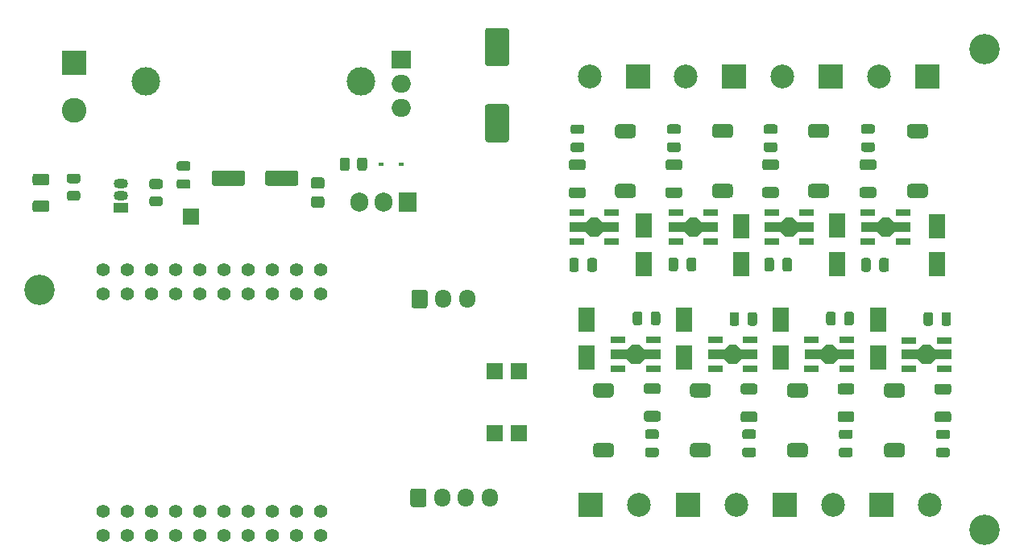
<source format=gts>
G04 #@! TF.GenerationSoftware,KiCad,Pcbnew,5.1.12-84ad8e8a86~92~ubuntu20.04.1*
G04 #@! TF.CreationDate,2021-11-10T23:56:03+01:00*
G04 #@! TF.ProjectId,CC dimmer low voltage,43432064-696d-46d6-9572-206c6f772076,0.83*
G04 #@! TF.SameCoordinates,Original*
G04 #@! TF.FileFunction,Soldermask,Top*
G04 #@! TF.FilePolarity,Negative*
%FSLAX46Y46*%
G04 Gerber Fmt 4.6, Leading zero omitted, Abs format (unit mm)*
G04 Created by KiCad (PCBNEW 5.1.12-84ad8e8a86~92~ubuntu20.04.1) date 2021-11-10 23:56:03*
%MOMM*%
%LPD*%
G01*
G04 APERTURE LIST*
%ADD10C,1.400000*%
%ADD11O,2.000000X1.905000*%
%ADD12R,2.000000X1.905000*%
%ADD13C,3.000000*%
%ADD14R,1.700000X1.700000*%
%ADD15C,3.200000*%
%ADD16R,1.800000X2.500000*%
%ADD17R,0.600000X0.450000*%
%ADD18O,1.700000X1.950000*%
%ADD19O,1.500000X1.050000*%
%ADD20R,1.500000X1.050000*%
%ADD21R,1.905000X2.000000*%
%ADD22O,1.905000X2.000000*%
%ADD23R,2.600000X2.600000*%
%ADD24C,2.600000*%
%ADD25C,2.500000*%
%ADD26R,2.500000X2.500000*%
%ADD27C,0.150000*%
%ADD28R,1.500000X0.700000*%
G04 APERTURE END LIST*
D10*
X128962000Y-95455000D03*
X128962000Y-97995000D03*
X126422000Y-95455000D03*
X126422000Y-97995000D03*
X123882000Y-95455000D03*
X123882000Y-97995000D03*
X121342000Y-95455000D03*
X121342000Y-97995000D03*
X118802000Y-95455000D03*
X118802000Y-97995000D03*
X116262000Y-95455000D03*
X116262000Y-97995000D03*
X113722000Y-95455000D03*
X113722000Y-97995000D03*
X111182000Y-95455000D03*
X111182000Y-97995000D03*
X108642000Y-95455000D03*
X108642000Y-97995000D03*
X106102000Y-95455000D03*
X106102000Y-97995000D03*
X128962000Y-120855000D03*
X128962000Y-123395000D03*
X126422000Y-120855000D03*
X126422000Y-123395000D03*
X123882000Y-120855000D03*
X123882000Y-123395000D03*
X121342000Y-120855000D03*
X121342000Y-123395000D03*
X118802000Y-120855000D03*
X118802000Y-123395000D03*
X116262000Y-120855000D03*
X116262000Y-123395000D03*
X113722000Y-120855000D03*
X113722000Y-123395000D03*
X111182000Y-120855000D03*
X111182000Y-123395000D03*
X108642000Y-120855000D03*
X108642000Y-123395000D03*
X106102000Y-123395000D03*
X106102000Y-120855000D03*
D11*
X137474200Y-78517000D03*
X137474200Y-75977000D03*
D12*
X137474200Y-73437000D03*
G36*
G01*
X156132000Y-94510000D02*
X156132000Y-95460000D01*
G75*
G02*
X155882000Y-95710000I-250000J0D01*
G01*
X155382000Y-95710000D01*
G75*
G02*
X155132000Y-95460000I0J250000D01*
G01*
X155132000Y-94510000D01*
G75*
G02*
X155382000Y-94260000I250000J0D01*
G01*
X155882000Y-94260000D01*
G75*
G02*
X156132000Y-94510000I0J-250000D01*
G01*
G37*
G36*
G01*
X158032000Y-94510000D02*
X158032000Y-95460000D01*
G75*
G02*
X157782000Y-95710000I-250000J0D01*
G01*
X157282000Y-95710000D01*
G75*
G02*
X157032000Y-95460000I0J250000D01*
G01*
X157032000Y-94510000D01*
G75*
G02*
X157282000Y-94260000I250000J0D01*
G01*
X157782000Y-94260000D01*
G75*
G02*
X158032000Y-94510000I0J-250000D01*
G01*
G37*
D13*
X133202000Y-75655000D03*
X110602000Y-75655000D03*
D14*
X149842000Y-112695000D03*
X149842000Y-106185000D03*
D15*
X198722000Y-72275000D03*
G36*
G01*
X156457000Y-83115000D02*
X155507000Y-83115000D01*
G75*
G02*
X155257000Y-82865000I0J250000D01*
G01*
X155257000Y-82365000D01*
G75*
G02*
X155507000Y-82115000I250000J0D01*
G01*
X156457000Y-82115000D01*
G75*
G02*
X156707000Y-82365000I0J-250000D01*
G01*
X156707000Y-82865000D01*
G75*
G02*
X156457000Y-83115000I-250000J0D01*
G01*
G37*
G36*
G01*
X156457000Y-81215000D02*
X155507000Y-81215000D01*
G75*
G02*
X155257000Y-80965000I0J250000D01*
G01*
X155257000Y-80465000D01*
G75*
G02*
X155507000Y-80215000I250000J0D01*
G01*
X156457000Y-80215000D01*
G75*
G02*
X156707000Y-80465000I0J-250000D01*
G01*
X156707000Y-80965000D01*
G75*
G02*
X156457000Y-81215000I-250000J0D01*
G01*
G37*
G36*
G01*
X168462000Y-94460000D02*
X168462000Y-95410000D01*
G75*
G02*
X168212000Y-95660000I-250000J0D01*
G01*
X167712000Y-95660000D01*
G75*
G02*
X167462000Y-95410000I0J250000D01*
G01*
X167462000Y-94460000D01*
G75*
G02*
X167712000Y-94210000I250000J0D01*
G01*
X168212000Y-94210000D01*
G75*
G02*
X168462000Y-94460000I0J-250000D01*
G01*
G37*
G36*
G01*
X166562000Y-94460000D02*
X166562000Y-95410000D01*
G75*
G02*
X166312000Y-95660000I-250000J0D01*
G01*
X165812000Y-95660000D01*
G75*
G02*
X165562000Y-95410000I0J250000D01*
G01*
X165562000Y-94460000D01*
G75*
G02*
X165812000Y-94210000I250000J0D01*
G01*
X166312000Y-94210000D01*
G75*
G02*
X166562000Y-94460000I0J-250000D01*
G01*
G37*
G36*
G01*
X166597000Y-83105000D02*
X165647000Y-83105000D01*
G75*
G02*
X165397000Y-82855000I0J250000D01*
G01*
X165397000Y-82355000D01*
G75*
G02*
X165647000Y-82105000I250000J0D01*
G01*
X166597000Y-82105000D01*
G75*
G02*
X166847000Y-82355000I0J-250000D01*
G01*
X166847000Y-82855000D01*
G75*
G02*
X166597000Y-83105000I-250000J0D01*
G01*
G37*
G36*
G01*
X166597000Y-81205000D02*
X165647000Y-81205000D01*
G75*
G02*
X165397000Y-80955000I0J250000D01*
G01*
X165397000Y-80455000D01*
G75*
G02*
X165647000Y-80205000I250000J0D01*
G01*
X166597000Y-80205000D01*
G75*
G02*
X166847000Y-80455000I0J-250000D01*
G01*
X166847000Y-80955000D01*
G75*
G02*
X166597000Y-81205000I-250000J0D01*
G01*
G37*
G36*
G01*
X178532000Y-94480000D02*
X178532000Y-95430000D01*
G75*
G02*
X178282000Y-95680000I-250000J0D01*
G01*
X177782000Y-95680000D01*
G75*
G02*
X177532000Y-95430000I0J250000D01*
G01*
X177532000Y-94480000D01*
G75*
G02*
X177782000Y-94230000I250000J0D01*
G01*
X178282000Y-94230000D01*
G75*
G02*
X178532000Y-94480000I0J-250000D01*
G01*
G37*
G36*
G01*
X176632000Y-94480000D02*
X176632000Y-95430000D01*
G75*
G02*
X176382000Y-95680000I-250000J0D01*
G01*
X175882000Y-95680000D01*
G75*
G02*
X175632000Y-95430000I0J250000D01*
G01*
X175632000Y-94480000D01*
G75*
G02*
X175882000Y-94230000I250000J0D01*
G01*
X176382000Y-94230000D01*
G75*
G02*
X176632000Y-94480000I0J-250000D01*
G01*
G37*
G36*
G01*
X176757000Y-81205000D02*
X175807000Y-81205000D01*
G75*
G02*
X175557000Y-80955000I0J250000D01*
G01*
X175557000Y-80455000D01*
G75*
G02*
X175807000Y-80205000I250000J0D01*
G01*
X176757000Y-80205000D01*
G75*
G02*
X177007000Y-80455000I0J-250000D01*
G01*
X177007000Y-80955000D01*
G75*
G02*
X176757000Y-81205000I-250000J0D01*
G01*
G37*
G36*
G01*
X176757000Y-83105000D02*
X175807000Y-83105000D01*
G75*
G02*
X175557000Y-82855000I0J250000D01*
G01*
X175557000Y-82355000D01*
G75*
G02*
X175807000Y-82105000I250000J0D01*
G01*
X176757000Y-82105000D01*
G75*
G02*
X177007000Y-82355000I0J-250000D01*
G01*
X177007000Y-82855000D01*
G75*
G02*
X176757000Y-83105000I-250000J0D01*
G01*
G37*
G36*
G01*
X186812000Y-94510000D02*
X186812000Y-95460000D01*
G75*
G02*
X186562000Y-95710000I-250000J0D01*
G01*
X186062000Y-95710000D01*
G75*
G02*
X185812000Y-95460000I0J250000D01*
G01*
X185812000Y-94510000D01*
G75*
G02*
X186062000Y-94260000I250000J0D01*
G01*
X186562000Y-94260000D01*
G75*
G02*
X186812000Y-94510000I0J-250000D01*
G01*
G37*
G36*
G01*
X188712000Y-94510000D02*
X188712000Y-95460000D01*
G75*
G02*
X188462000Y-95710000I-250000J0D01*
G01*
X187962000Y-95710000D01*
G75*
G02*
X187712000Y-95460000I0J250000D01*
G01*
X187712000Y-94510000D01*
G75*
G02*
X187962000Y-94260000I250000J0D01*
G01*
X188462000Y-94260000D01*
G75*
G02*
X188712000Y-94510000I0J-250000D01*
G01*
G37*
G36*
G01*
X186987000Y-83095000D02*
X186037000Y-83095000D01*
G75*
G02*
X185787000Y-82845000I0J250000D01*
G01*
X185787000Y-82345000D01*
G75*
G02*
X186037000Y-82095000I250000J0D01*
G01*
X186987000Y-82095000D01*
G75*
G02*
X187237000Y-82345000I0J-250000D01*
G01*
X187237000Y-82845000D01*
G75*
G02*
X186987000Y-83095000I-250000J0D01*
G01*
G37*
G36*
G01*
X186987000Y-81195000D02*
X186037000Y-81195000D01*
G75*
G02*
X185787000Y-80945000I0J250000D01*
G01*
X185787000Y-80445000D01*
G75*
G02*
X186037000Y-80195000I250000J0D01*
G01*
X186987000Y-80195000D01*
G75*
G02*
X187237000Y-80445000I0J-250000D01*
G01*
X187237000Y-80945000D01*
G75*
G02*
X186987000Y-81195000I-250000J0D01*
G01*
G37*
G36*
G01*
X148532000Y-82075000D02*
X146532000Y-82075000D01*
G75*
G02*
X146282000Y-81825000I0J250000D01*
G01*
X146282000Y-78325000D01*
G75*
G02*
X146532000Y-78075000I250000J0D01*
G01*
X148532000Y-78075000D01*
G75*
G02*
X148782000Y-78325000I0J-250000D01*
G01*
X148782000Y-81825000D01*
G75*
G02*
X148532000Y-82075000I-250000J0D01*
G01*
G37*
G36*
G01*
X148532000Y-74075000D02*
X146532000Y-74075000D01*
G75*
G02*
X146282000Y-73825000I0J250000D01*
G01*
X146282000Y-70325000D01*
G75*
G02*
X146532000Y-70075000I250000J0D01*
G01*
X148532000Y-70075000D01*
G75*
G02*
X148782000Y-70325000I0J-250000D01*
G01*
X148782000Y-73825000D01*
G75*
G02*
X148532000Y-74075000I-250000J0D01*
G01*
G37*
G36*
G01*
X126657200Y-85311800D02*
X126657200Y-86411800D01*
G75*
G02*
X126407200Y-86661800I-250000J0D01*
G01*
X123407200Y-86661800D01*
G75*
G02*
X123157200Y-86411800I0J250000D01*
G01*
X123157200Y-85311800D01*
G75*
G02*
X123407200Y-85061800I250000J0D01*
G01*
X126407200Y-85061800D01*
G75*
G02*
X126657200Y-85311800I0J-250000D01*
G01*
G37*
G36*
G01*
X121057200Y-85311800D02*
X121057200Y-86411800D01*
G75*
G02*
X120807200Y-86661800I-250000J0D01*
G01*
X117807200Y-86661800D01*
G75*
G02*
X117557200Y-86411800I0J250000D01*
G01*
X117557200Y-85311800D01*
G75*
G02*
X117807200Y-85061800I250000J0D01*
G01*
X120807200Y-85061800D01*
G75*
G02*
X121057200Y-85311800I0J-250000D01*
G01*
G37*
G36*
G01*
X115063800Y-86981600D02*
X114113800Y-86981600D01*
G75*
G02*
X113863800Y-86731600I0J250000D01*
G01*
X113863800Y-86231600D01*
G75*
G02*
X114113800Y-85981600I250000J0D01*
G01*
X115063800Y-85981600D01*
G75*
G02*
X115313800Y-86231600I0J-250000D01*
G01*
X115313800Y-86731600D01*
G75*
G02*
X115063800Y-86981600I-250000J0D01*
G01*
G37*
G36*
G01*
X115063800Y-85081600D02*
X114113800Y-85081600D01*
G75*
G02*
X113863800Y-84831600I0J250000D01*
G01*
X113863800Y-84331600D01*
G75*
G02*
X114113800Y-84081600I250000J0D01*
G01*
X115063800Y-84081600D01*
G75*
G02*
X115313800Y-84331600I0J-250000D01*
G01*
X115313800Y-84831600D01*
G75*
G02*
X115063800Y-85081600I-250000J0D01*
G01*
G37*
D16*
X162932000Y-94865000D03*
X162932000Y-90865000D03*
X173202000Y-94885000D03*
X173202000Y-90885000D03*
X183272000Y-94875000D03*
X183272000Y-90875000D03*
X193742000Y-90905000D03*
X193742000Y-94905000D03*
D17*
X137457400Y-84388600D03*
X135357400Y-84388600D03*
G36*
G01*
X100227800Y-89436200D02*
X98977800Y-89436200D01*
G75*
G02*
X98727800Y-89186200I0J250000D01*
G01*
X98727800Y-88436200D01*
G75*
G02*
X98977800Y-88186200I250000J0D01*
G01*
X100227800Y-88186200D01*
G75*
G02*
X100477800Y-88436200I0J-250000D01*
G01*
X100477800Y-89186200D01*
G75*
G02*
X100227800Y-89436200I-250000J0D01*
G01*
G37*
G36*
G01*
X100227800Y-86636200D02*
X98977800Y-86636200D01*
G75*
G02*
X98727800Y-86386200I0J250000D01*
G01*
X98727800Y-85636200D01*
G75*
G02*
X98977800Y-85386200I250000J0D01*
G01*
X100227800Y-85386200D01*
G75*
G02*
X100477800Y-85636200I0J-250000D01*
G01*
X100477800Y-86386200D01*
G75*
G02*
X100227800Y-86636200I-250000J0D01*
G01*
G37*
G36*
G01*
X128235799Y-85776400D02*
X129135801Y-85776400D01*
G75*
G02*
X129385800Y-86026399I0J-249999D01*
G01*
X129385800Y-86726401D01*
G75*
G02*
X129135801Y-86976400I-249999J0D01*
G01*
X128235799Y-86976400D01*
G75*
G02*
X127985800Y-86726401I0J249999D01*
G01*
X127985800Y-86026399D01*
G75*
G02*
X128235799Y-85776400I249999J0D01*
G01*
G37*
G36*
G01*
X128235799Y-87776400D02*
X129135801Y-87776400D01*
G75*
G02*
X129385800Y-88026399I0J-249999D01*
G01*
X129385800Y-88726401D01*
G75*
G02*
X129135801Y-88976400I-249999J0D01*
G01*
X128235799Y-88976400D01*
G75*
G02*
X127985800Y-88726401I0J249999D01*
G01*
X127985800Y-88026399D01*
G75*
G02*
X128235799Y-87776400I249999J0D01*
G01*
G37*
D15*
X198752000Y-122805000D03*
G36*
G01*
X138532000Y-99300000D02*
X138532000Y-97850000D01*
G75*
G02*
X138782000Y-97600000I250000J0D01*
G01*
X139982000Y-97600000D01*
G75*
G02*
X140232000Y-97850000I0J-250000D01*
G01*
X140232000Y-99300000D01*
G75*
G02*
X139982000Y-99550000I-250000J0D01*
G01*
X138782000Y-99550000D01*
G75*
G02*
X138532000Y-99300000I0J250000D01*
G01*
G37*
D18*
X141882000Y-98575000D03*
X144382000Y-98575000D03*
G36*
G01*
X138412000Y-120190000D02*
X138412000Y-118740000D01*
G75*
G02*
X138662000Y-118490000I250000J0D01*
G01*
X139862000Y-118490000D01*
G75*
G02*
X140112000Y-118740000I0J-250000D01*
G01*
X140112000Y-120190000D01*
G75*
G02*
X139862000Y-120440000I-250000J0D01*
G01*
X138662000Y-120440000D01*
G75*
G02*
X138412000Y-120190000I0J250000D01*
G01*
G37*
X141762000Y-119465000D03*
X144262000Y-119465000D03*
X146762000Y-119465000D03*
D14*
X147302000Y-106185000D03*
X147302000Y-112695000D03*
X115402000Y-89895000D03*
G36*
G01*
X155336997Y-83910000D02*
X156587003Y-83910000D01*
G75*
G02*
X156837000Y-84159997I0J-249997D01*
G01*
X156837000Y-84785003D01*
G75*
G02*
X156587003Y-85035000I-249997J0D01*
G01*
X155336997Y-85035000D01*
G75*
G02*
X155087000Y-84785003I0J249997D01*
G01*
X155087000Y-84159997D01*
G75*
G02*
X155336997Y-83910000I249997J0D01*
G01*
G37*
G36*
G01*
X155336997Y-86835000D02*
X156587003Y-86835000D01*
G75*
G02*
X156837000Y-87084997I0J-249997D01*
G01*
X156837000Y-87710003D01*
G75*
G02*
X156587003Y-87960000I-249997J0D01*
G01*
X155336997Y-87960000D01*
G75*
G02*
X155087000Y-87710003I0J249997D01*
G01*
X155087000Y-87084997D01*
G75*
G02*
X155336997Y-86835000I249997J0D01*
G01*
G37*
G36*
G01*
X165486997Y-86815000D02*
X166737003Y-86815000D01*
G75*
G02*
X166987000Y-87064997I0J-249997D01*
G01*
X166987000Y-87690003D01*
G75*
G02*
X166737003Y-87940000I-249997J0D01*
G01*
X165486997Y-87940000D01*
G75*
G02*
X165237000Y-87690003I0J249997D01*
G01*
X165237000Y-87064997D01*
G75*
G02*
X165486997Y-86815000I249997J0D01*
G01*
G37*
G36*
G01*
X165486997Y-83890000D02*
X166737003Y-83890000D01*
G75*
G02*
X166987000Y-84139997I0J-249997D01*
G01*
X166987000Y-84765003D01*
G75*
G02*
X166737003Y-85015000I-249997J0D01*
G01*
X165486997Y-85015000D01*
G75*
G02*
X165237000Y-84765003I0J249997D01*
G01*
X165237000Y-84139997D01*
G75*
G02*
X165486997Y-83890000I249997J0D01*
G01*
G37*
G36*
G01*
X175646997Y-86805000D02*
X176897003Y-86805000D01*
G75*
G02*
X177147000Y-87054997I0J-249997D01*
G01*
X177147000Y-87680003D01*
G75*
G02*
X176897003Y-87930000I-249997J0D01*
G01*
X175646997Y-87930000D01*
G75*
G02*
X175397000Y-87680003I0J249997D01*
G01*
X175397000Y-87054997D01*
G75*
G02*
X175646997Y-86805000I249997J0D01*
G01*
G37*
G36*
G01*
X175646997Y-83880000D02*
X176897003Y-83880000D01*
G75*
G02*
X177147000Y-84129997I0J-249997D01*
G01*
X177147000Y-84755003D01*
G75*
G02*
X176897003Y-85005000I-249997J0D01*
G01*
X175646997Y-85005000D01*
G75*
G02*
X175397000Y-84755003I0J249997D01*
G01*
X175397000Y-84129997D01*
G75*
G02*
X175646997Y-83880000I249997J0D01*
G01*
G37*
G36*
G01*
X185886997Y-83880000D02*
X187137003Y-83880000D01*
G75*
G02*
X187387000Y-84129997I0J-249997D01*
G01*
X187387000Y-84755003D01*
G75*
G02*
X187137003Y-85005000I-249997J0D01*
G01*
X185886997Y-85005000D01*
G75*
G02*
X185637000Y-84755003I0J249997D01*
G01*
X185637000Y-84129997D01*
G75*
G02*
X185886997Y-83880000I249997J0D01*
G01*
G37*
G36*
G01*
X185886997Y-86805000D02*
X187137003Y-86805000D01*
G75*
G02*
X187387000Y-87054997I0J-249997D01*
G01*
X187387000Y-87680003D01*
G75*
G02*
X187137003Y-87930000I-249997J0D01*
G01*
X185886997Y-87930000D01*
G75*
G02*
X185637000Y-87680003I0J249997D01*
G01*
X185637000Y-87054997D01*
G75*
G02*
X185886997Y-86805000I249997J0D01*
G01*
G37*
G36*
G01*
X111243198Y-85960800D02*
X112143202Y-85960800D01*
G75*
G02*
X112393200Y-86210798I0J-249998D01*
G01*
X112393200Y-86735802D01*
G75*
G02*
X112143202Y-86985800I-249998J0D01*
G01*
X111243198Y-86985800D01*
G75*
G02*
X110993200Y-86735802I0J249998D01*
G01*
X110993200Y-86210798D01*
G75*
G02*
X111243198Y-85960800I249998J0D01*
G01*
G37*
G36*
G01*
X111243198Y-87785800D02*
X112143202Y-87785800D01*
G75*
G02*
X112393200Y-88035798I0J-249998D01*
G01*
X112393200Y-88560802D01*
G75*
G02*
X112143202Y-88810800I-249998J0D01*
G01*
X111243198Y-88810800D01*
G75*
G02*
X110993200Y-88560802I0J249998D01*
G01*
X110993200Y-88035798D01*
G75*
G02*
X111243198Y-87785800I249998J0D01*
G01*
G37*
G36*
G01*
X132045000Y-83938598D02*
X132045000Y-84838602D01*
G75*
G02*
X131795002Y-85088600I-249998J0D01*
G01*
X131269998Y-85088600D01*
G75*
G02*
X131020000Y-84838602I0J249998D01*
G01*
X131020000Y-83938598D01*
G75*
G02*
X131269998Y-83688600I249998J0D01*
G01*
X131795002Y-83688600D01*
G75*
G02*
X132045000Y-83938598I0J-249998D01*
G01*
G37*
G36*
G01*
X133870000Y-83938598D02*
X133870000Y-84838602D01*
G75*
G02*
X133620002Y-85088600I-249998J0D01*
G01*
X133094998Y-85088600D01*
G75*
G02*
X132845000Y-84838602I0J249998D01*
G01*
X132845000Y-83938598D01*
G75*
G02*
X133094998Y-83688600I249998J0D01*
G01*
X133620002Y-83688600D01*
G75*
G02*
X133870000Y-83938598I0J-249998D01*
G01*
G37*
G36*
G01*
X103481802Y-88226600D02*
X102581798Y-88226600D01*
G75*
G02*
X102331800Y-87976602I0J249998D01*
G01*
X102331800Y-87451598D01*
G75*
G02*
X102581798Y-87201600I249998J0D01*
G01*
X103481802Y-87201600D01*
G75*
G02*
X103731800Y-87451598I0J-249998D01*
G01*
X103731800Y-87976602D01*
G75*
G02*
X103481802Y-88226600I-249998J0D01*
G01*
G37*
G36*
G01*
X103481802Y-86401600D02*
X102581798Y-86401600D01*
G75*
G02*
X102331800Y-86151602I0J249998D01*
G01*
X102331800Y-85626598D01*
G75*
G02*
X102581798Y-85376600I249998J0D01*
G01*
X103481802Y-85376600D01*
G75*
G02*
X103731800Y-85626598I0J-249998D01*
G01*
X103731800Y-86151602D01*
G75*
G02*
X103481802Y-86401600I-249998J0D01*
G01*
G37*
D19*
X107959400Y-87716000D03*
X107959400Y-86446000D03*
D20*
X107959400Y-88986000D03*
D21*
X138160000Y-88401800D03*
D22*
X135620000Y-88401800D03*
X133080000Y-88401800D03*
D23*
X103052000Y-73715000D03*
D24*
X103052000Y-78715000D03*
D25*
X157242000Y-75187000D03*
D26*
X162322000Y-75187000D03*
X172472000Y-75185000D03*
D25*
X167392000Y-75185000D03*
X177542000Y-75175000D03*
D26*
X182622000Y-75175000D03*
X192772000Y-75165000D03*
D25*
X187692000Y-75165000D03*
D27*
G36*
X156832000Y-91515000D02*
G01*
X155132000Y-91515000D01*
X155132000Y-90515000D01*
X156832000Y-90515000D01*
X157332000Y-90015000D01*
X158132000Y-90015000D01*
X158632000Y-90515000D01*
X160332000Y-90515000D01*
X160332000Y-91515000D01*
X158632000Y-91515000D01*
X158132000Y-92015000D01*
X157332000Y-92015000D01*
X156832000Y-91515000D01*
G37*
D28*
X159582000Y-89515000D03*
X159582000Y-92515000D03*
X155882000Y-89515000D03*
X155882000Y-92515000D03*
D27*
G36*
X167262000Y-91515000D02*
G01*
X165562000Y-91515000D01*
X165562000Y-90515000D01*
X167262000Y-90515000D01*
X167762000Y-90015000D01*
X168562000Y-90015000D01*
X169062000Y-90515000D01*
X170762000Y-90515000D01*
X170762000Y-91515000D01*
X169062000Y-91515000D01*
X168562000Y-92015000D01*
X167762000Y-92015000D01*
X167262000Y-91515000D01*
G37*
D28*
X170012000Y-89515000D03*
X170012000Y-92515000D03*
X166312000Y-89515000D03*
X166312000Y-92515000D03*
D27*
G36*
X177322000Y-91505000D02*
G01*
X175622000Y-91505000D01*
X175622000Y-90505000D01*
X177322000Y-90505000D01*
X177822000Y-90005000D01*
X178622000Y-90005000D01*
X179122000Y-90505000D01*
X180822000Y-90505000D01*
X180822000Y-91505000D01*
X179122000Y-91505000D01*
X178622000Y-92005000D01*
X177822000Y-92005000D01*
X177322000Y-91505000D01*
G37*
D28*
X180072000Y-89505000D03*
X180072000Y-92505000D03*
X176372000Y-89505000D03*
X176372000Y-92505000D03*
D27*
G36*
X187472000Y-91505000D02*
G01*
X185772000Y-91505000D01*
X185772000Y-90505000D01*
X187472000Y-90505000D01*
X187972000Y-90005000D01*
X188772000Y-90005000D01*
X189272000Y-90505000D01*
X190972000Y-90505000D01*
X190972000Y-91505000D01*
X189272000Y-91505000D01*
X188772000Y-92005000D01*
X187972000Y-92005000D01*
X187472000Y-91505000D01*
G37*
D28*
X190222000Y-89505000D03*
X190222000Y-92505000D03*
X186522000Y-89505000D03*
X186522000Y-92505000D03*
G36*
G01*
X161757000Y-87965000D02*
X160307000Y-87965000D01*
G75*
G02*
X159932000Y-87590000I0J375000D01*
G01*
X159932000Y-86840000D01*
G75*
G02*
X160307000Y-86465000I375000J0D01*
G01*
X161757000Y-86465000D01*
G75*
G02*
X162132000Y-86840000I0J-375000D01*
G01*
X162132000Y-87590000D01*
G75*
G02*
X161757000Y-87965000I-375000J0D01*
G01*
G37*
G36*
G01*
X161757000Y-81665000D02*
X160307000Y-81665000D01*
G75*
G02*
X159932000Y-81290000I0J375000D01*
G01*
X159932000Y-80540000D01*
G75*
G02*
X160307000Y-80165000I375000J0D01*
G01*
X161757000Y-80165000D01*
G75*
G02*
X162132000Y-80540000I0J-375000D01*
G01*
X162132000Y-81290000D01*
G75*
G02*
X161757000Y-81665000I-375000J0D01*
G01*
G37*
G36*
G01*
X171957000Y-87945000D02*
X170507000Y-87945000D01*
G75*
G02*
X170132000Y-87570000I0J375000D01*
G01*
X170132000Y-86820000D01*
G75*
G02*
X170507000Y-86445000I375000J0D01*
G01*
X171957000Y-86445000D01*
G75*
G02*
X172332000Y-86820000I0J-375000D01*
G01*
X172332000Y-87570000D01*
G75*
G02*
X171957000Y-87945000I-375000J0D01*
G01*
G37*
G36*
G01*
X171957000Y-81645000D02*
X170507000Y-81645000D01*
G75*
G02*
X170132000Y-81270000I0J375000D01*
G01*
X170132000Y-80520000D01*
G75*
G02*
X170507000Y-80145000I375000J0D01*
G01*
X171957000Y-80145000D01*
G75*
G02*
X172332000Y-80520000I0J-375000D01*
G01*
X172332000Y-81270000D01*
G75*
G02*
X171957000Y-81645000I-375000J0D01*
G01*
G37*
G36*
G01*
X182047000Y-81645000D02*
X180597000Y-81645000D01*
G75*
G02*
X180222000Y-81270000I0J375000D01*
G01*
X180222000Y-80520000D01*
G75*
G02*
X180597000Y-80145000I375000J0D01*
G01*
X182047000Y-80145000D01*
G75*
G02*
X182422000Y-80520000I0J-375000D01*
G01*
X182422000Y-81270000D01*
G75*
G02*
X182047000Y-81645000I-375000J0D01*
G01*
G37*
G36*
G01*
X182047000Y-87945000D02*
X180597000Y-87945000D01*
G75*
G02*
X180222000Y-87570000I0J375000D01*
G01*
X180222000Y-86820000D01*
G75*
G02*
X180597000Y-86445000I375000J0D01*
G01*
X182047000Y-86445000D01*
G75*
G02*
X182422000Y-86820000I0J-375000D01*
G01*
X182422000Y-87570000D01*
G75*
G02*
X182047000Y-87945000I-375000J0D01*
G01*
G37*
G36*
G01*
X192437000Y-87955000D02*
X190987000Y-87955000D01*
G75*
G02*
X190612000Y-87580000I0J375000D01*
G01*
X190612000Y-86830000D01*
G75*
G02*
X190987000Y-86455000I375000J0D01*
G01*
X192437000Y-86455000D01*
G75*
G02*
X192812000Y-86830000I0J-375000D01*
G01*
X192812000Y-87580000D01*
G75*
G02*
X192437000Y-87955000I-375000J0D01*
G01*
G37*
G36*
G01*
X192437000Y-81655000D02*
X190987000Y-81655000D01*
G75*
G02*
X190612000Y-81280000I0J375000D01*
G01*
X190612000Y-80530000D01*
G75*
G02*
X190987000Y-80155000I375000J0D01*
G01*
X192437000Y-80155000D01*
G75*
G02*
X192812000Y-80530000I0J-375000D01*
G01*
X192812000Y-81280000D01*
G75*
G02*
X192437000Y-81655000I-375000J0D01*
G01*
G37*
G36*
G01*
X192342000Y-101140000D02*
X192342000Y-100190000D01*
G75*
G02*
X192592000Y-99940000I250000J0D01*
G01*
X193092000Y-99940000D01*
G75*
G02*
X193342000Y-100190000I0J-250000D01*
G01*
X193342000Y-101140000D01*
G75*
G02*
X193092000Y-101390000I-250000J0D01*
G01*
X192592000Y-101390000D01*
G75*
G02*
X192342000Y-101140000I0J250000D01*
G01*
G37*
G36*
G01*
X194242000Y-101140000D02*
X194242000Y-100190000D01*
G75*
G02*
X194492000Y-99940000I250000J0D01*
G01*
X194992000Y-99940000D01*
G75*
G02*
X195242000Y-100190000I0J-250000D01*
G01*
X195242000Y-101140000D01*
G75*
G02*
X194992000Y-101390000I-250000J0D01*
G01*
X194492000Y-101390000D01*
G75*
G02*
X194242000Y-101140000I0J250000D01*
G01*
G37*
G36*
G01*
X193917000Y-114205000D02*
X194867000Y-114205000D01*
G75*
G02*
X195117000Y-114455000I0J-250000D01*
G01*
X195117000Y-114955000D01*
G75*
G02*
X194867000Y-115205000I-250000J0D01*
G01*
X193917000Y-115205000D01*
G75*
G02*
X193667000Y-114955000I0J250000D01*
G01*
X193667000Y-114455000D01*
G75*
G02*
X193917000Y-114205000I250000J0D01*
G01*
G37*
G36*
G01*
X193917000Y-112305000D02*
X194867000Y-112305000D01*
G75*
G02*
X195117000Y-112555000I0J-250000D01*
G01*
X195117000Y-113055000D01*
G75*
G02*
X194867000Y-113305000I-250000J0D01*
G01*
X193917000Y-113305000D01*
G75*
G02*
X193667000Y-113055000I0J250000D01*
G01*
X193667000Y-112555000D01*
G75*
G02*
X193917000Y-112305000I250000J0D01*
G01*
G37*
G36*
G01*
X182122000Y-101100000D02*
X182122000Y-100150000D01*
G75*
G02*
X182372000Y-99900000I250000J0D01*
G01*
X182872000Y-99900000D01*
G75*
G02*
X183122000Y-100150000I0J-250000D01*
G01*
X183122000Y-101100000D01*
G75*
G02*
X182872000Y-101350000I-250000J0D01*
G01*
X182372000Y-101350000D01*
G75*
G02*
X182122000Y-101100000I0J250000D01*
G01*
G37*
G36*
G01*
X184022000Y-101100000D02*
X184022000Y-100150000D01*
G75*
G02*
X184272000Y-99900000I250000J0D01*
G01*
X184772000Y-99900000D01*
G75*
G02*
X185022000Y-100150000I0J-250000D01*
G01*
X185022000Y-101100000D01*
G75*
G02*
X184772000Y-101350000I-250000J0D01*
G01*
X184272000Y-101350000D01*
G75*
G02*
X184022000Y-101100000I0J250000D01*
G01*
G37*
G36*
G01*
X183707000Y-114205000D02*
X184657000Y-114205000D01*
G75*
G02*
X184907000Y-114455000I0J-250000D01*
G01*
X184907000Y-114955000D01*
G75*
G02*
X184657000Y-115205000I-250000J0D01*
G01*
X183707000Y-115205000D01*
G75*
G02*
X183457000Y-114955000I0J250000D01*
G01*
X183457000Y-114455000D01*
G75*
G02*
X183707000Y-114205000I250000J0D01*
G01*
G37*
G36*
G01*
X183707000Y-112305000D02*
X184657000Y-112305000D01*
G75*
G02*
X184907000Y-112555000I0J-250000D01*
G01*
X184907000Y-113055000D01*
G75*
G02*
X184657000Y-113305000I-250000J0D01*
G01*
X183707000Y-113305000D01*
G75*
G02*
X183457000Y-113055000I0J250000D01*
G01*
X183457000Y-112555000D01*
G75*
G02*
X183707000Y-112305000I250000J0D01*
G01*
G37*
G36*
G01*
X171972000Y-101140000D02*
X171972000Y-100190000D01*
G75*
G02*
X172222000Y-99940000I250000J0D01*
G01*
X172722000Y-99940000D01*
G75*
G02*
X172972000Y-100190000I0J-250000D01*
G01*
X172972000Y-101140000D01*
G75*
G02*
X172722000Y-101390000I-250000J0D01*
G01*
X172222000Y-101390000D01*
G75*
G02*
X171972000Y-101140000I0J250000D01*
G01*
G37*
G36*
G01*
X173872000Y-101140000D02*
X173872000Y-100190000D01*
G75*
G02*
X174122000Y-99940000I250000J0D01*
G01*
X174622000Y-99940000D01*
G75*
G02*
X174872000Y-100190000I0J-250000D01*
G01*
X174872000Y-101140000D01*
G75*
G02*
X174622000Y-101390000I-250000J0D01*
G01*
X174122000Y-101390000D01*
G75*
G02*
X173872000Y-101140000I0J250000D01*
G01*
G37*
G36*
G01*
X173557000Y-114195000D02*
X174507000Y-114195000D01*
G75*
G02*
X174757000Y-114445000I0J-250000D01*
G01*
X174757000Y-114945000D01*
G75*
G02*
X174507000Y-115195000I-250000J0D01*
G01*
X173557000Y-115195000D01*
G75*
G02*
X173307000Y-114945000I0J250000D01*
G01*
X173307000Y-114445000D01*
G75*
G02*
X173557000Y-114195000I250000J0D01*
G01*
G37*
G36*
G01*
X173557000Y-112295000D02*
X174507000Y-112295000D01*
G75*
G02*
X174757000Y-112545000I0J-250000D01*
G01*
X174757000Y-113045000D01*
G75*
G02*
X174507000Y-113295000I-250000J0D01*
G01*
X173557000Y-113295000D01*
G75*
G02*
X173307000Y-113045000I0J250000D01*
G01*
X173307000Y-112545000D01*
G75*
G02*
X173557000Y-112295000I250000J0D01*
G01*
G37*
G36*
G01*
X161792000Y-101080000D02*
X161792000Y-100130000D01*
G75*
G02*
X162042000Y-99880000I250000J0D01*
G01*
X162542000Y-99880000D01*
G75*
G02*
X162792000Y-100130000I0J-250000D01*
G01*
X162792000Y-101080000D01*
G75*
G02*
X162542000Y-101330000I-250000J0D01*
G01*
X162042000Y-101330000D01*
G75*
G02*
X161792000Y-101080000I0J250000D01*
G01*
G37*
G36*
G01*
X163692000Y-101080000D02*
X163692000Y-100130000D01*
G75*
G02*
X163942000Y-99880000I250000J0D01*
G01*
X164442000Y-99880000D01*
G75*
G02*
X164692000Y-100130000I0J-250000D01*
G01*
X164692000Y-101080000D01*
G75*
G02*
X164442000Y-101330000I-250000J0D01*
G01*
X163942000Y-101330000D01*
G75*
G02*
X163692000Y-101080000I0J250000D01*
G01*
G37*
G36*
G01*
X163327000Y-114195000D02*
X164277000Y-114195000D01*
G75*
G02*
X164527000Y-114445000I0J-250000D01*
G01*
X164527000Y-114945000D01*
G75*
G02*
X164277000Y-115195000I-250000J0D01*
G01*
X163327000Y-115195000D01*
G75*
G02*
X163077000Y-114945000I0J250000D01*
G01*
X163077000Y-114445000D01*
G75*
G02*
X163327000Y-114195000I250000J0D01*
G01*
G37*
G36*
G01*
X163327000Y-112295000D02*
X164277000Y-112295000D01*
G75*
G02*
X164527000Y-112545000I0J-250000D01*
G01*
X164527000Y-113045000D01*
G75*
G02*
X164277000Y-113295000I-250000J0D01*
G01*
X163327000Y-113295000D01*
G75*
G02*
X163077000Y-113045000I0J250000D01*
G01*
X163077000Y-112545000D01*
G75*
G02*
X163327000Y-112295000I250000J0D01*
G01*
G37*
D16*
X187562000Y-104725000D03*
X187562000Y-100725000D03*
X177372000Y-104755000D03*
X177372000Y-100755000D03*
X167192000Y-100755000D03*
X167192000Y-104755000D03*
X156902000Y-100735000D03*
X156902000Y-104735000D03*
G36*
G01*
X188577000Y-107425000D02*
X190027000Y-107425000D01*
G75*
G02*
X190402000Y-107800000I0J-375000D01*
G01*
X190402000Y-108550000D01*
G75*
G02*
X190027000Y-108925000I-375000J0D01*
G01*
X188577000Y-108925000D01*
G75*
G02*
X188202000Y-108550000I0J375000D01*
G01*
X188202000Y-107800000D01*
G75*
G02*
X188577000Y-107425000I375000J0D01*
G01*
G37*
G36*
G01*
X188577000Y-113725000D02*
X190027000Y-113725000D01*
G75*
G02*
X190402000Y-114100000I0J-375000D01*
G01*
X190402000Y-114850000D01*
G75*
G02*
X190027000Y-115225000I-375000J0D01*
G01*
X188577000Y-115225000D01*
G75*
G02*
X188202000Y-114850000I0J375000D01*
G01*
X188202000Y-114100000D01*
G75*
G02*
X188577000Y-113725000I375000J0D01*
G01*
G37*
G36*
G01*
X178377000Y-113725000D02*
X179827000Y-113725000D01*
G75*
G02*
X180202000Y-114100000I0J-375000D01*
G01*
X180202000Y-114850000D01*
G75*
G02*
X179827000Y-115225000I-375000J0D01*
G01*
X178377000Y-115225000D01*
G75*
G02*
X178002000Y-114850000I0J375000D01*
G01*
X178002000Y-114100000D01*
G75*
G02*
X178377000Y-113725000I375000J0D01*
G01*
G37*
G36*
G01*
X178377000Y-107425000D02*
X179827000Y-107425000D01*
G75*
G02*
X180202000Y-107800000I0J-375000D01*
G01*
X180202000Y-108550000D01*
G75*
G02*
X179827000Y-108925000I-375000J0D01*
G01*
X178377000Y-108925000D01*
G75*
G02*
X178002000Y-108550000I0J375000D01*
G01*
X178002000Y-107800000D01*
G75*
G02*
X178377000Y-107425000I375000J0D01*
G01*
G37*
G36*
G01*
X168187000Y-107425000D02*
X169637000Y-107425000D01*
G75*
G02*
X170012000Y-107800000I0J-375000D01*
G01*
X170012000Y-108550000D01*
G75*
G02*
X169637000Y-108925000I-375000J0D01*
G01*
X168187000Y-108925000D01*
G75*
G02*
X167812000Y-108550000I0J375000D01*
G01*
X167812000Y-107800000D01*
G75*
G02*
X168187000Y-107425000I375000J0D01*
G01*
G37*
G36*
G01*
X168187000Y-113725000D02*
X169637000Y-113725000D01*
G75*
G02*
X170012000Y-114100000I0J-375000D01*
G01*
X170012000Y-114850000D01*
G75*
G02*
X169637000Y-115225000I-375000J0D01*
G01*
X168187000Y-115225000D01*
G75*
G02*
X167812000Y-114850000I0J375000D01*
G01*
X167812000Y-114100000D01*
G75*
G02*
X168187000Y-113725000I375000J0D01*
G01*
G37*
G36*
G01*
X157997000Y-113715000D02*
X159447000Y-113715000D01*
G75*
G02*
X159822000Y-114090000I0J-375000D01*
G01*
X159822000Y-114840000D01*
G75*
G02*
X159447000Y-115215000I-375000J0D01*
G01*
X157997000Y-115215000D01*
G75*
G02*
X157622000Y-114840000I0J375000D01*
G01*
X157622000Y-114090000D01*
G75*
G02*
X157997000Y-113715000I375000J0D01*
G01*
G37*
G36*
G01*
X157997000Y-107415000D02*
X159447000Y-107415000D01*
G75*
G02*
X159822000Y-107790000I0J-375000D01*
G01*
X159822000Y-108540000D01*
G75*
G02*
X159447000Y-108915000I-375000J0D01*
G01*
X157997000Y-108915000D01*
G75*
G02*
X157622000Y-108540000I0J375000D01*
G01*
X157622000Y-107790000D01*
G75*
G02*
X157997000Y-107415000I375000J0D01*
G01*
G37*
D26*
X187912000Y-120225000D03*
D25*
X192992000Y-120225000D03*
X182822000Y-120225000D03*
D26*
X177742000Y-120225000D03*
X167572000Y-120225000D03*
D25*
X172652000Y-120225000D03*
X162472000Y-120225000D03*
D26*
X157392000Y-120225000D03*
G36*
G01*
X195017003Y-111530000D02*
X193766997Y-111530000D01*
G75*
G02*
X193517000Y-111280003I0J249997D01*
G01*
X193517000Y-110654997D01*
G75*
G02*
X193766997Y-110405000I249997J0D01*
G01*
X195017003Y-110405000D01*
G75*
G02*
X195267000Y-110654997I0J-249997D01*
G01*
X195267000Y-111280003D01*
G75*
G02*
X195017003Y-111530000I-249997J0D01*
G01*
G37*
G36*
G01*
X195017003Y-108605000D02*
X193766997Y-108605000D01*
G75*
G02*
X193517000Y-108355003I0J249997D01*
G01*
X193517000Y-107729997D01*
G75*
G02*
X193766997Y-107480000I249997J0D01*
G01*
X195017003Y-107480000D01*
G75*
G02*
X195267000Y-107729997I0J-249997D01*
G01*
X195267000Y-108355003D01*
G75*
G02*
X195017003Y-108605000I-249997J0D01*
G01*
G37*
G36*
G01*
X184827003Y-108595000D02*
X183576997Y-108595000D01*
G75*
G02*
X183327000Y-108345003I0J249997D01*
G01*
X183327000Y-107719997D01*
G75*
G02*
X183576997Y-107470000I249997J0D01*
G01*
X184827003Y-107470000D01*
G75*
G02*
X185077000Y-107719997I0J-249997D01*
G01*
X185077000Y-108345003D01*
G75*
G02*
X184827003Y-108595000I-249997J0D01*
G01*
G37*
G36*
G01*
X184827003Y-111520000D02*
X183576997Y-111520000D01*
G75*
G02*
X183327000Y-111270003I0J249997D01*
G01*
X183327000Y-110644997D01*
G75*
G02*
X183576997Y-110395000I249997J0D01*
G01*
X184827003Y-110395000D01*
G75*
G02*
X185077000Y-110644997I0J-249997D01*
G01*
X185077000Y-111270003D01*
G75*
G02*
X184827003Y-111520000I-249997J0D01*
G01*
G37*
G36*
G01*
X174637003Y-108595000D02*
X173386997Y-108595000D01*
G75*
G02*
X173137000Y-108345003I0J249997D01*
G01*
X173137000Y-107719997D01*
G75*
G02*
X173386997Y-107470000I249997J0D01*
G01*
X174637003Y-107470000D01*
G75*
G02*
X174887000Y-107719997I0J-249997D01*
G01*
X174887000Y-108345003D01*
G75*
G02*
X174637003Y-108595000I-249997J0D01*
G01*
G37*
G36*
G01*
X174637003Y-111520000D02*
X173386997Y-111520000D01*
G75*
G02*
X173137000Y-111270003I0J249997D01*
G01*
X173137000Y-110644997D01*
G75*
G02*
X173386997Y-110395000I249997J0D01*
G01*
X174637003Y-110395000D01*
G75*
G02*
X174887000Y-110644997I0J-249997D01*
G01*
X174887000Y-111270003D01*
G75*
G02*
X174637003Y-111520000I-249997J0D01*
G01*
G37*
G36*
G01*
X164467003Y-111470000D02*
X163216997Y-111470000D01*
G75*
G02*
X162967000Y-111220003I0J249997D01*
G01*
X162967000Y-110594997D01*
G75*
G02*
X163216997Y-110345000I249997J0D01*
G01*
X164467003Y-110345000D01*
G75*
G02*
X164717000Y-110594997I0J-249997D01*
G01*
X164717000Y-111220003D01*
G75*
G02*
X164467003Y-111470000I-249997J0D01*
G01*
G37*
G36*
G01*
X164467003Y-108545000D02*
X163216997Y-108545000D01*
G75*
G02*
X162967000Y-108295003I0J249997D01*
G01*
X162967000Y-107669997D01*
G75*
G02*
X163216997Y-107420000I249997J0D01*
G01*
X164467003Y-107420000D01*
G75*
G02*
X164717000Y-107669997I0J-249997D01*
G01*
X164717000Y-108295003D01*
G75*
G02*
X164467003Y-108545000I-249997J0D01*
G01*
G37*
D28*
X194522000Y-102905000D03*
X194522000Y-105905000D03*
X190822000Y-102905000D03*
X190822000Y-105905000D03*
D27*
G36*
X193572000Y-103905000D02*
G01*
X195272000Y-103905000D01*
X195272000Y-104905000D01*
X193572000Y-104905000D01*
X193072000Y-105405000D01*
X192272000Y-105405000D01*
X191772000Y-104905000D01*
X190072000Y-104905000D01*
X190072000Y-103905000D01*
X191772000Y-103905000D01*
X192272000Y-103405000D01*
X193072000Y-103405000D01*
X193572000Y-103905000D01*
G37*
G36*
X183342000Y-103885000D02*
G01*
X185042000Y-103885000D01*
X185042000Y-104885000D01*
X183342000Y-104885000D01*
X182842000Y-105385000D01*
X182042000Y-105385000D01*
X181542000Y-104885000D01*
X179842000Y-104885000D01*
X179842000Y-103885000D01*
X181542000Y-103885000D01*
X182042000Y-103385000D01*
X182842000Y-103385000D01*
X183342000Y-103885000D01*
G37*
D28*
X180592000Y-105885000D03*
X180592000Y-102885000D03*
X184292000Y-105885000D03*
X184292000Y-102885000D03*
X174142000Y-102885000D03*
X174142000Y-105885000D03*
X170442000Y-102885000D03*
X170442000Y-105885000D03*
D27*
G36*
X173192000Y-103885000D02*
G01*
X174892000Y-103885000D01*
X174892000Y-104885000D01*
X173192000Y-104885000D01*
X172692000Y-105385000D01*
X171892000Y-105385000D01*
X171392000Y-104885000D01*
X169692000Y-104885000D01*
X169692000Y-103885000D01*
X171392000Y-103885000D01*
X171892000Y-103385000D01*
X172692000Y-103385000D01*
X173192000Y-103885000D01*
G37*
G36*
X163002000Y-103865000D02*
G01*
X164702000Y-103865000D01*
X164702000Y-104865000D01*
X163002000Y-104865000D01*
X162502000Y-105365000D01*
X161702000Y-105365000D01*
X161202000Y-104865000D01*
X159502000Y-104865000D01*
X159502000Y-103865000D01*
X161202000Y-103865000D01*
X161702000Y-103365000D01*
X162502000Y-103365000D01*
X163002000Y-103865000D01*
G37*
D28*
X160252000Y-105865000D03*
X160252000Y-102865000D03*
X163952000Y-105865000D03*
X163952000Y-102865000D03*
D15*
X99462000Y-97585000D03*
M02*

</source>
